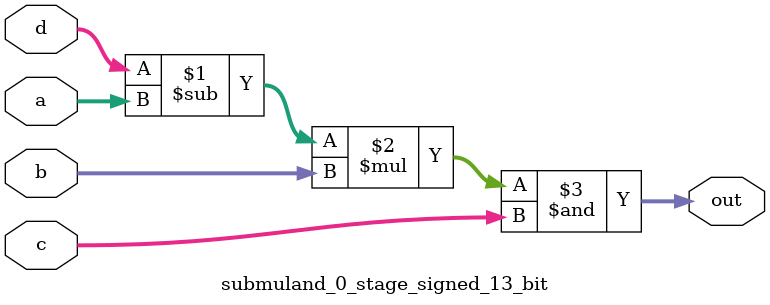
<source format=sv>
(* use_dsp = "yes" *) module submuland_0_stage_signed_13_bit(
	input signed [12:0] a,
	input signed [12:0] b,
	input signed [12:0] c,
	input signed [12:0] d,
	output [12:0] out
	);

	assign out = ((d - a) * b) & c;
endmodule

</source>
